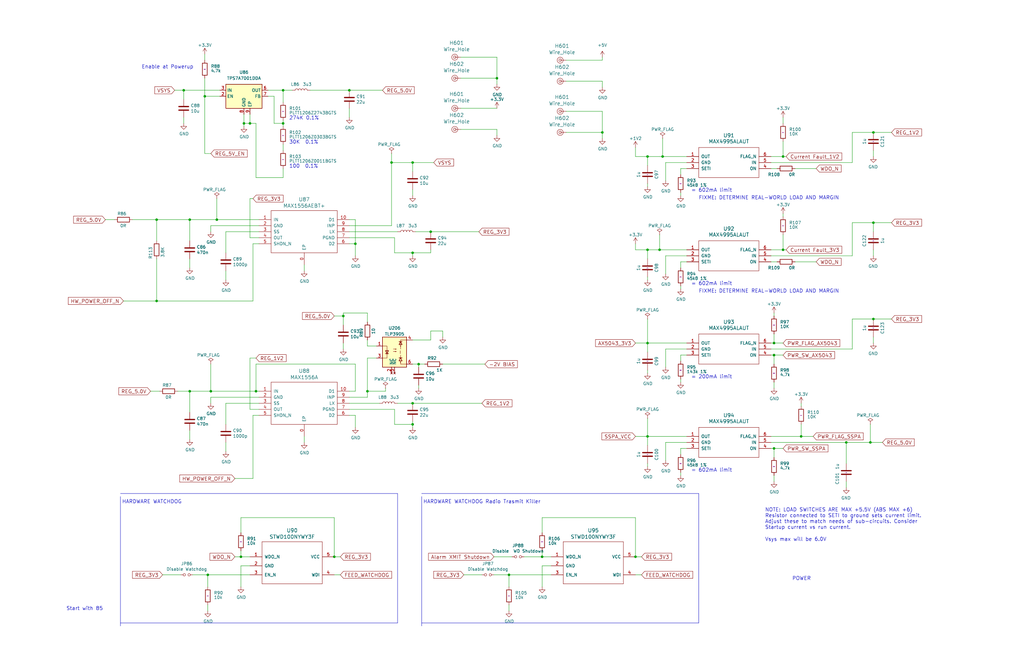
<source format=kicad_sch>
(kicad_sch (version 20230121) (generator eeschema)
  (paper "USLedger")
  (title_block (title "Radiation Tolerant PacSat Communication") (date "2023-06-17") (rev "A") (company "AMSAT-NA") (comment 1 "N5BRG"))
  (junction (at 181.61 97.79))
  (junction (at 228.6 234.95))
  (junction (at 101.6 234.95))
  (junction (at 147.32 38.1))
  (junction (at 140.97 234.95))
  (junction (at 326.39 144.78))
  (junction (at 254 55.88))
  (junction (at 279.4 66.04))
  (junction (at 86.36 40.64))
  (junction (at 173.99 106.68))
  (junction (at 77.47 38.1))
  (junction (at 278.13 105.41))
  (junction (at 66.04 127))
  (junction (at 80.01 165.1))
  (junction (at 267.97 234.95))
  (junction (at 273.05 184.15))
  (junction (at 368.3 134.62))
  (junction (at 88.9 165.1))
  (junction (at 119.38 52.07))
  (junction (at 102.87 52.07))
  (junction (at 119.38 38.1))
  (junction (at 144.78 133.35))
  (junction (at 149.86 102.87))
  (junction (at 330.2 105.41))
  (junction (at 214.63 242.57))
  (junction (at 105.41 52.07))
  (junction (at 154.94 165.1))
  (junction (at 165.1 68.58))
  (junction (at 173.99 179.07))
  (junction (at 337.82 184.15))
  (junction (at 356.87 186.69))
  (junction (at 330.2 66.04))
  (junction (at 87.63 242.57))
  (junction (at 80.01 92.71))
  (junction (at 368.3 55.88))
  (junction (at 107.95 165.1))
  (junction (at 91.44 92.71))
  (junction (at 173.99 170.18))
  (junction (at 173.99 68.58))
  (junction (at 273.05 105.41))
  (junction (at 326.39 149.86))
  (junction (at 209.55 33.02))
  (junction (at 66.04 92.71))
  (junction (at 273.05 66.04))
  (junction (at 367.03 186.69))
  (junction (at 368.3 93.98))
  (junction (at 273.05 144.78))
  (junction (at 326.39 189.23))
  (junction (at 176.53 153.67))
  (wire (pts (xy 287.02 81.28) (xy 287.02 82.55)))
  (wire (pts (xy 273.05 176.53) (xy 273.05 184.15)))
  (wire (pts (xy 147.32 172.72) (xy 166.37 172.72)))
  (wire (pts (xy 220.98 234.95) (xy 228.6 234.95)))
  (wire (pts (xy 194.31 54.61) (xy 209.55 54.61)))
  (wire (pts (xy 330.2 66.04) (xy 331.47 66.04)))
  (wire (pts (xy 273.05 156.21) (xy 273.05 157.48)))
  (wire (pts (xy 181.61 143.51) (xy 181.61 139.7)))
  (polyline (pts (xy 50.8 208.28) (xy 167.64 208.28)))
  (wire (pts (xy 107.95 74.93) (xy 119.38 74.93)))
  (wire (pts (xy 95.25 97.79) (xy 95.25 106.68)))
  (wire (pts (xy 186.69 139.7) (xy 186.69 142.24)))
  (wire (pts (xy 359.41 107.95) (xy 359.41 93.98)))
  (wire (pts (xy 119.38 52.07) (xy 119.38 53.34)))
  (wire (pts (xy 359.41 68.58) (xy 359.41 55.88)))
  (wire (pts (xy 166.37 172.72) (xy 166.37 179.07)))
  (wire (pts (xy 66.04 109.22) (xy 66.04 127)))
  (polyline (pts (xy 167.64 262.89) (xy 50.8 262.89)))
  (wire (pts (xy 176.53 153.67) (xy 179.07 153.67)))
  (wire (pts (xy 105.41 100.33) (xy 109.22 100.33)))
  (wire (pts (xy 359.41 134.62) (xy 359.41 147.32)))
  (wire (pts (xy 273.05 184.15) (xy 289.56 184.15)))
  (wire (pts (xy 330.2 49.53) (xy 330.2 52.07)))
  (wire (pts (xy 368.3 93.98) (xy 375.92 93.98)))
  (wire (pts (xy 176.53 153.67) (xy 176.53 154.94)))
  (wire (pts (xy 95.25 114.3) (xy 95.25 118.11)))
  (polyline (pts (xy 294.64 262.89) (xy 177.8 262.89)))
  (wire (pts (xy 154.94 143.51) (xy 154.94 146.05)))
  (wire (pts (xy 77.47 49.53) (xy 77.47 52.07)))
  (wire (pts (xy 228.6 234.95) (xy 232.41 234.95)))
  (wire (pts (xy 144.78 132.08) (xy 144.78 133.35)))
  (wire (pts (xy 337.82 170.18) (xy 337.82 171.45)))
  (wire (pts (xy 115.57 52.07) (xy 119.38 52.07)))
  (wire (pts (xy 287.02 152.4) (xy 287.02 149.86)))
  (wire (pts (xy 81.28 242.57) (xy 87.63 242.57)))
  (wire (pts (xy 115.57 40.64) (xy 115.57 52.07)))
  (wire (pts (xy 147.32 165.1) (xy 149.86 165.1)))
  (wire (pts (xy 99.06 234.95) (xy 101.6 234.95)))
  (wire (pts (xy 279.4 66.04) (xy 289.56 66.04)))
  (wire (pts (xy 105.41 238.76) (xy 101.6 238.76)))
  (wire (pts (xy 335.28 71.12) (xy 344.17 71.12)))
  (wire (pts (xy 119.38 60.96) (xy 119.38 63.5)))
  (wire (pts (xy 101.6 234.95) (xy 105.41 234.95)))
  (wire (pts (xy 181.61 106.68) (xy 173.99 106.68)))
  (wire (pts (xy 109.22 97.79) (xy 95.25 97.79)))
  (wire (pts (xy 209.55 54.61) (xy 209.55 57.15)))
  (wire (pts (xy 368.3 66.04) (xy 368.3 63.5)))
  (wire (pts (xy 140.97 234.95) (xy 143.51 234.95)))
  (wire (pts (xy 44.45 92.71) (xy 48.26 92.71)))
  (wire (pts (xy 109.22 175.26) (xy 106.68 175.26)))
  (wire (pts (xy 368.3 105.41) (xy 368.3 107.95)))
  (wire (pts (xy 273.05 109.22) (xy 273.05 105.41)))
  (wire (pts (xy 254 46.99) (xy 254 55.88)))
  (wire (pts (xy 86.36 40.64) (xy 92.71 40.64)))
  (wire (pts (xy 356.87 186.69) (xy 367.03 186.69)))
  (wire (pts (xy 325.12 66.04) (xy 330.2 66.04)))
  (wire (pts (xy 337.82 184.15) (xy 342.9 184.15)))
  (wire (pts (xy 287.02 191.77) (xy 287.02 189.23)))
  (wire (pts (xy 326.39 200.66) (xy 326.39 203.2)))
  (wire (pts (xy 106.68 201.93) (xy 106.68 175.26)))
  (wire (pts (xy 105.41 48.26) (xy 105.41 52.07)))
  (wire (pts (xy 173.99 80.01) (xy 173.99 82.55)))
  (wire (pts (xy 267.97 62.23) (xy 267.97 66.04)))
  (wire (pts (xy 181.61 105.41) (xy 181.61 106.68)))
  (wire (pts (xy 113.03 40.64) (xy 115.57 40.64)))
  (wire (pts (xy 368.3 55.88) (xy 375.92 55.88)))
  (wire (pts (xy 119.38 50.8) (xy 119.38 52.07)))
  (wire (pts (xy 102.87 52.07) (xy 102.87 53.34)))
  (wire (pts (xy 176.53 162.56) (xy 176.53 163.83)))
  (wire (pts (xy 182.88 68.58) (xy 173.99 68.58)))
  (wire (pts (xy 326.39 144.78) (xy 325.12 144.78)))
  (wire (pts (xy 273.05 148.59) (xy 273.05 144.78)))
  (wire (pts (xy 107.95 74.93) (xy 107.95 52.07)))
  (wire (pts (xy 278.13 105.41) (xy 289.56 105.41)))
  (wire (pts (xy 109.22 167.64) (xy 88.9 167.64)))
  (wire (pts (xy 273.05 134.62) (xy 273.05 144.78)))
  (wire (pts (xy 77.47 38.1) (xy 92.71 38.1)))
  (wire (pts (xy 149.86 102.87) (xy 149.86 107.95)))
  (wire (pts (xy 208.28 242.57) (xy 214.63 242.57)))
  (wire (pts (xy 144.78 132.08) (xy 154.94 132.08)))
  (wire (pts (xy 287.02 199.39) (xy 287.02 200.66)))
  (wire (pts (xy 186.69 153.67) (xy 204.47 153.67)))
  (wire (pts (xy 273.05 69.85) (xy 273.05 66.04)))
  (wire (pts (xy 77.47 41.91) (xy 77.47 38.1)))
  (wire (pts (xy 326.39 132.08) (xy 326.39 133.35)))
  (wire (pts (xy 101.6 218.44) (xy 140.97 218.44)))
  (wire (pts (xy 368.3 134.62) (xy 375.92 134.62)))
  (polyline (pts (xy 177.8 208.28) (xy 294.64 208.28)))
  (wire (pts (xy 330.2 66.04) (xy 330.2 59.69)))
  (wire (pts (xy 95.25 186.69) (xy 95.25 190.5)))
  (wire (pts (xy 325.12 184.15) (xy 337.82 184.15)))
  (wire (pts (xy 173.99 72.39) (xy 173.99 68.58)))
  (wire (pts (xy 273.05 195.58) (xy 273.05 196.85)))
  (wire (pts (xy 149.86 92.71) (xy 149.86 102.87)))
  (wire (pts (xy 80.01 165.1) (xy 88.9 165.1)))
  (wire (pts (xy 173.99 143.51) (xy 181.61 143.51)))
  (wire (pts (xy 86.36 22.86) (xy 86.36 25.4)))
  (wire (pts (xy 326.39 149.86) (xy 326.39 153.67)))
  (wire (pts (xy 173.99 179.07) (xy 173.99 180.34)))
  (wire (pts (xy 106.68 102.87) (xy 109.22 102.87)))
  (wire (pts (xy 356.87 195.58) (xy 356.87 186.69)))
  (wire (pts (xy 66.04 92.71) (xy 66.04 101.6)))
  (wire (pts (xy 273.05 144.78) (xy 289.56 144.78)))
  (wire (pts (xy 80.01 92.71) (xy 80.01 101.6)))
  (wire (pts (xy 287.02 160.02) (xy 287.02 161.29)))
  (wire (pts (xy 144.78 144.78) (xy 144.78 147.32)))
  (wire (pts (xy 130.81 38.1) (xy 147.32 38.1)))
  (wire (pts (xy 287.02 73.66) (xy 287.02 71.12)))
  (wire (pts (xy 165.1 95.25) (xy 165.1 68.58)))
  (wire (pts (xy 95.25 170.18) (xy 95.25 179.07)))
  (wire (pts (xy 162.56 163.83) (xy 162.56 165.1)))
  (wire (pts (xy 76.2 242.57) (xy 68.58 242.57)))
  (wire (pts (xy 88.9 165.1) (xy 107.95 165.1)))
  (wire (pts (xy 326.39 161.29) (xy 326.39 163.83)))
  (wire (pts (xy 147.32 102.87) (xy 149.86 102.87)))
  (wire (pts (xy 87.63 255.27) (xy 87.63 257.81)))
  (wire (pts (xy 267.97 66.04) (xy 273.05 66.04)))
  (wire (pts (xy 209.55 24.13) (xy 209.55 33.02)))
  (wire (pts (xy 267.97 218.44) (xy 267.97 234.95)))
  (wire (pts (xy 105.41 151.13) (xy 107.95 151.13)))
  (wire (pts (xy 173.99 153.67) (xy 176.53 153.67)))
  (wire (pts (xy 287.02 110.49) (xy 289.56 110.49)))
  (wire (pts (xy 105.41 52.07) (xy 107.95 52.07)))
  (wire (pts (xy 119.38 71.12) (xy 119.38 74.93)))
  (wire (pts (xy 368.3 144.78) (xy 368.3 142.24)))
  (wire (pts (xy 154.94 151.13) (xy 154.94 165.1)))
  (wire (pts (xy 102.87 48.26) (xy 102.87 52.07)))
  (wire (pts (xy 167.64 170.18) (xy 173.99 170.18)))
  (wire (pts (xy 113.03 38.1) (xy 119.38 38.1)))
  (wire (pts (xy 330.2 105.41) (xy 331.47 105.41)))
  (wire (pts (xy 107.95 153.67) (xy 107.95 165.1)))
  (wire (pts (xy 147.32 45.72) (xy 147.32 49.53)))
  (wire (pts (xy 86.36 33.02) (xy 86.36 40.64)))
  (wire (pts (xy 289.56 68.58) (xy 280.67 68.58)))
  (wire (pts (xy 273.05 105.41) (xy 278.13 105.41)))
  (wire (pts (xy 128.27 184.15) (xy 128.27 186.69)))
  (wire (pts (xy 173.99 177.8) (xy 173.99 179.07)))
  (wire (pts (xy 106.68 127) (xy 106.68 102.87)))
  (wire (pts (xy 267.97 184.15) (xy 273.05 184.15)))
  (wire (pts (xy 149.86 175.26) (xy 149.86 180.34)))
  (wire (pts (xy 238.76 55.88) (xy 254 55.88)))
  (wire (pts (xy 228.6 238.76) (xy 228.6 247.65)))
  (wire (pts (xy 80.01 109.22) (xy 80.01 113.03)))
  (wire (pts (xy 74.93 165.1) (xy 80.01 165.1)))
  (wire (pts (xy 287.02 71.12) (xy 289.56 71.12)))
  (wire (pts (xy 175.26 97.79) (xy 181.61 97.79)))
  (wire (pts (xy 209.55 33.02) (xy 209.55 35.56)))
  (wire (pts (xy 359.41 93.98) (xy 368.3 93.98)))
  (wire (pts (xy 154.94 146.05) (xy 158.75 146.05)))
  (wire (pts (xy 88.9 95.25) (xy 88.9 97.79)))
  (wire (pts (xy 254 34.29) (xy 254 36.83)))
  (wire (pts (xy 368.3 93.98) (xy 368.3 97.79)))
  (wire (pts (xy 173.99 106.68) (xy 173.99 107.95)))
  (wire (pts (xy 147.32 97.79) (xy 167.64 97.79)))
  (wire (pts (xy 238.76 25.4) (xy 254 25.4)))
  (wire (pts (xy 287.02 120.65) (xy 287.02 121.92)))
  (wire (pts (xy 273.05 66.04) (xy 279.4 66.04)))
  (wire (pts (xy 228.6 224.79) (xy 228.6 218.44)))
  (wire (pts (xy 367.03 186.69) (xy 372.11 186.69)))
  (wire (pts (xy 254 55.88) (xy 254 58.42)))
  (wire (pts (xy 287.02 189.23) (xy 289.56 189.23)))
  (wire (pts (xy 330.2 105.41) (xy 330.2 99.06)))
  (wire (pts (xy 267.97 234.95) (xy 270.51 234.95)))
  (polyline (pts (xy 50.8 264.16) (xy 50.8 209.55)))
  (wire (pts (xy 359.41 147.32) (xy 325.12 147.32)))
  (wire (pts (xy 87.63 242.57) (xy 87.63 247.65)))
  (wire (pts (xy 105.41 83.82) (xy 106.68 83.82)))
  (wire (pts (xy 273.05 187.96) (xy 273.05 184.15)))
  (wire (pts (xy 109.22 170.18) (xy 95.25 170.18)))
  (wire (pts (xy 166.37 106.68) (xy 173.99 106.68)))
  (wire (pts (xy 214.63 255.27) (xy 214.63 257.81)))
  (wire (pts (xy 80.01 92.71) (xy 91.44 92.71)))
  (wire (pts (xy 86.36 64.77) (xy 86.36 40.64)))
  (wire (pts (xy 140.97 242.57) (xy 143.51 242.57)))
  (wire (pts (xy 326.39 149.86) (xy 330.2 149.86)))
  (wire (pts (xy 325.12 149.86) (xy 326.39 149.86)))
  (wire (pts (xy 194.31 45.72) (xy 209.55 45.72)))
  (wire (pts (xy 238.76 46.99) (xy 254 46.99)))
  (wire (pts (xy 91.44 92.71) (xy 109.22 92.71)))
  (wire (pts (xy 325.12 71.12) (xy 327.66 71.12)))
  (wire (pts (xy 105.41 83.82) (xy 105.41 100.33)))
  (wire (pts (xy 147.32 95.25) (xy 165.1 95.25)))
  (wire (pts (xy 335.28 110.49) (xy 344.17 110.49)))
  (wire (pts (xy 267.97 144.78) (xy 273.05 144.78)))
  (wire (pts (xy 147.32 170.18) (xy 160.02 170.18)))
  (wire (pts (xy 267.97 105.41) (xy 273.05 105.41)))
  (wire (pts (xy 367.03 179.07) (xy 367.03 186.69)))
  (wire (pts (xy 88.9 153.67) (xy 88.9 165.1)))
  (wire (pts (xy 214.63 242.57) (xy 232.41 242.57)))
  (wire (pts (xy 66.04 92.71) (xy 80.01 92.71)))
  (wire (pts (xy 325.12 105.41) (xy 330.2 105.41)))
  (wire (pts (xy 88.9 64.77) (xy 86.36 64.77)))
  (wire (pts (xy 166.37 100.33) (xy 166.37 106.68)))
  (wire (pts (xy 119.38 38.1) (xy 119.38 43.18)))
  (wire (pts (xy 273.05 77.47) (xy 273.05 78.74)))
  (wire (pts (xy 88.9 167.64) (xy 88.9 170.18)))
  (wire (pts (xy 330.2 90.17) (xy 330.2 91.44)))
  (wire (pts (xy 109.22 95.25) (xy 88.9 95.25)))
  (wire (pts (xy 280.67 147.32) (xy 280.67 154.94)))
  (wire (pts (xy 289.56 107.95) (xy 280.67 107.95)))
  (wire (pts (xy 267.97 102.87) (xy 267.97 105.41)))
  (wire (pts (xy 147.32 38.1) (xy 161.29 38.1)))
  (wire (pts (xy 165.1 68.58) (xy 173.99 68.58)))
  (wire (pts (xy 154.94 165.1) (xy 154.94 167.64)))
  (wire (pts (xy 359.41 134.62) (xy 368.3 134.62)))
  (wire (pts (xy 105.41 172.72) (xy 105.41 151.13)))
  (wire (pts (xy 325.12 189.23) (xy 326.39 189.23)))
  (wire (pts (xy 325.12 110.49) (xy 327.66 110.49)))
  (polyline (pts (xy 167.64 208.28) (xy 167.64 262.89)))
  (wire (pts (xy 254 24.13) (xy 254 25.4)))
  (wire (pts (xy 326.39 193.04) (xy 326.39 189.23)))
  (wire (pts (xy 289.56 186.69) (xy 280.67 186.69)))
  (wire (pts (xy 273.05 116.84) (xy 273.05 118.11)))
  (wire (pts (xy 287.02 149.86) (xy 289.56 149.86)))
  (wire (pts (xy 232.41 238.76) (xy 228.6 238.76)))
  (wire (pts (xy 52.07 127) (xy 66.04 127)))
  (wire (pts (xy 101.6 232.41) (xy 101.6 234.95)))
  (wire (pts (xy 326.39 140.97) (xy 326.39 144.78)))
  (wire (pts (xy 87.63 242.57) (xy 105.41 242.57)))
  (wire (pts (xy 194.31 24.13) (xy 209.55 24.13)))
  (wire (pts (xy 147.32 92.71) (xy 149.86 92.71)))
  (wire (pts (xy 109.22 172.72) (xy 105.41 172.72)))
  (polyline (pts (xy 177.8 264.16) (xy 177.8 209.55)))
  (wire (pts (xy 181.61 139.7) (xy 186.69 139.7)))
  (wire (pts (xy 325.12 186.69) (xy 356.87 186.69)))
  (wire (pts (xy 359.41 55.88) (xy 368.3 55.88)))
  (wire (pts (xy 166.37 179.07) (xy 173.99 179.07)))
  (wire (pts (xy 289.56 147.32) (xy 280.67 147.32)))
  (wire (pts (xy 101.6 224.79) (xy 101.6 218.44)))
  (wire (pts (xy 214.63 242.57) (xy 214.63 247.65)))
  (wire (pts (xy 356.87 205.74) (xy 356.87 203.2)))
  (wire (pts (xy 325.12 107.95) (xy 359.41 107.95)))
  (wire (pts (xy 144.78 133.35) (xy 140.97 133.35)))
  (wire (pts (xy 267.97 242.57) (xy 270.51 242.57)))
  (wire (pts (xy 66.04 127) (xy 106.68 127)))
  (wire (pts (xy 173.99 170.18) (xy 203.2 170.18)))
  (wire (pts (xy 147.32 167.64) (xy 154.94 167.64)))
  (wire (pts (xy 102.87 52.07) (xy 105.41 52.07)))
  (wire (pts (xy 330.2 144.78) (xy 326.39 144.78)))
  (wire (pts (xy 287.02 113.03) (xy 287.02 110.49)))
  (wire (pts (xy 154.94 132.08) (xy 154.94 135.89)))
  (wire (pts (xy 326.39 189.23) (xy 330.2 189.23)))
  (wire (pts (xy 337.82 179.07) (xy 337.82 184.15)))
  (wire (pts (xy 80.01 165.1) (xy 80.01 173.99)))
  (wire (pts (xy 165.1 64.77) (xy 165.1 68.58)))
  (wire (pts (xy 147.32 175.26) (xy 149.86 175.26)))
  (wire (pts (xy 228.6 218.44) (xy 267.97 218.44)))
  (wire (pts (xy 119.38 38.1) (xy 123.19 38.1)))
  (wire (pts (xy 149.86 153.67) (xy 107.95 153.67)))
  (wire (pts (xy 128.27 111.76) (xy 128.27 114.3)))
  (wire (pts (xy 278.13 99.06) (xy 278.13 105.41)))
  (wire (pts (xy 144.78 137.16) (xy 144.78 133.35)))
  (wire (pts (xy 280.67 186.69) (xy 280.67 194.31)))
  (wire (pts (xy 280.67 68.58) (xy 280.67 76.2)))
  (wire (pts (xy 228.6 232.41) (xy 228.6 234.95)))
  (wire (pts (xy 55.88 92.71) (xy 66.04 92.71)))
  (wire (pts (xy 158.75 151.13) (xy 154.94 151.13)))
  (wire (pts (xy 149.86 165.1) (xy 149.86 153.67)))
  (wire (pts (xy 91.44 83.82) (xy 91.44 92.71)))
  (wire (pts (xy 101.6 238.76) (xy 101.6 247.65)))
  (wire (pts (xy 279.4 58.42) (xy 279.4 66.04)))
  (wire (pts (xy 325.12 68.58) (xy 359.41 68.58)))
  (wire (pts (xy 147.32 100.33) (xy 166.37 100.33)))
  (wire (pts (xy 77.47 38.1) (xy 73.66 38.1)))
  (wire (pts (xy 63.5 165.1) (xy 67.31 165.1)))
  (wire (pts (xy 194.31 33.02) (xy 209.55 33.02)))
  (wire (pts (xy 107.95 165.1) (xy 109.22 165.1)))
  (wire (pts (xy 208.28 234.95) (xy 215.9 234.95)))
  (wire (pts (xy 181.61 97.79) (xy 201.93 97.79)))
  (polyline (pts (xy 294.64 208.28) (xy 294.64 262.89)))
  (wire (pts (xy 140.97 218.44) (xy 140.97 234.95)))
  (wire (pts (xy 80.01 181.61) (xy 80.01 185.42)))
  (wire (pts (xy 154.94 165.1) (xy 162.56 165.1)))
  (wire (pts (xy 99.06 201.93) (xy 106.68 201.93)))
  (wire (pts (xy 280.67 107.95) (xy 280.67 115.57)))
  (wire (pts (xy 238.76 34.29) (xy 254 34.29)))
  (wire (pts (xy 203.2 242.57) (xy 195.58 242.57)))
  (text "= 200mA limit" (at 291.465 160.02 0) (effects (font (size 1.524 1.524)) (justify left bottom)))
  (text "FIXME: DETERMINE REAL-WORLD LOAD AND MARGIN" (at 294.64 84.455 0) (effects (font (size 1.524 1.524)) (justify left bottom)))
  (text "Start with 85" (at 27.94 257.81 0) (effects (font (size 1.524 1.524)) (justify left bottom)))
  (text "30K  0.1%" (at 121.92 60.96 0) (effects (font (size 1.524 1.524)) (justify left bottom)))
  (text "274K 0.1%" (at 121.92 50.8 0) (effects (font (size 1.524 1.524)) (justify left bottom)))
  (text "NOTE: LOAD SWITCHES ARE MAX +5.5V (ABS MAX +6)\nResistor connected to SETI to ground sets current limit.\nAdjust these to match needs of sub-circuits. Consider\nStartup current vs run current.\n" (at 322.58 223.52 0) (effects (font (size 1.524 1.524)) (justify left bottom)))
  (text "HARDWARE WATCHDOG" (at 51.435 212.725 0) (effects (font (size 1.524 1.524)) (justify left bottom)))
  (text "100  0.1%" (at 121.92 71.12 0) (effects (font (size 1.524 1.524)) (justify left bottom)))
  (text "FIXME: DETERMINE REAL-WORLD LOAD AND MARGIN" (at 294.64 123.825 0) (effects (font (size 1.524 1.524)) (justify left bottom)))
  (text "Vsys max will be 6.0V" (at 322.58 228.6 0) (effects (font (size 1.524 1.524)) (justify left bottom)))
  (text "HARDWARE WATCHDOG Radio Trasmit Killer" (at 178.435 212.725 0) (effects (font (size 1.524 1.524)) (justify left bottom)))
  (text "= 602mA limit" (at 291.465 120.65 0) (effects (font (size 1.524 1.524)) (justify left bottom)))
  (text "Enable at Powerup" (at 59.69 29.21 0) (effects (font (size 1.524 1.524)) (justify left bottom)))
  (text "= 602mA limit" (at 291.465 81.28 0) (effects (font (size 1.524 1.524)) (justify left bottom)))
  (text "POWER" (at 334.01 245.11 0) (effects (font (size 1.524 1.524)) (justify left bottom)))
  (text "= 602mA limit" (at 291.465 199.39 0) (effects (font (size 1.524 1.524)) (justify left bottom)))
  (global_label "HW_POWER_OFF_N" (shape input) (at 99.06 201.93 180) (effects (font (size 1.524 1.524))) (property "Intersheetrefs" "${INTERSHEET_REFS}" (effects hide)))
  (global_label "HW_POWER_OFF_N" (shape input) (at 52.07 127 180) (effects (font (size 1.524 1.524))) (property "Intersheetrefs" "${INTERSHEET_REFS}" (effects hide)))
  (global_label "PWR_FLAG_AX5043" (shape input) (at 330.2 144.78 0) (effects (font (size 1.524 1.524))) (property "Intersheetrefs" "${INTERSHEET_REFS}" (effects hide)))
  (global_label "-2V BIAS" (shape input) (at 204.47 153.67 0) (effects (font (size 1.524 1.524))) (property "Intersheetrefs" "${INTERSHEET_REFS}" (effects hide)))
  (global_label "VSYS" (shape input) (at 182.88 68.58 0) (effects (font (size 1.524 1.524))) (property "Intersheetrefs" "${INTERSHEET_REFS}" (effects hide)))
  (global_label "WDO_N" (shape input) (at 344.17 110.49 0) (effects (font (size 1.524 1.524))) (property "Intersheetrefs" "${INTERSHEET_REFS}" (effects hide)))
  (global_label "REG_5.0V" (shape input) (at 63.5 165.1 180) (effects (font (size 1.524 1.524))) (property "Intersheetrefs" "${INTERSHEET_REFS}" (effects hide)))
  (global_label "WDO_N" (shape input) (at 99.06 234.95 180) (effects (font (size 1.524 1.524))) (property "Intersheetrefs" "${INTERSHEET_REFS}" (effects hide)))
  (global_label "REG_3V3" (shape input) (at 270.51 234.95 0) (effects (font (size 1.524 1.524))) (property "Intersheetrefs" "${INTERSHEET_REFS}" (effects hide)))
  (global_label "REG_3V3" (shape input) (at 68.58 242.57 180) (effects (font (size 1.524 1.524))) (property "Intersheetrefs" "${INTERSHEET_REFS}" (effects hide)))
  (global_label "PWR_SW_SSPA" (shape input) (at 330.2 189.23 0) (effects (font (size 1.524 1.524))) (property "Intersheetrefs" "${INTERSHEET_REFS}" (effects hide)))
  (global_label "REG_1V2" (shape input) (at 107.95 151.13 0) (effects (font (size 1.524 1.524))) (property "Intersheetrefs" "${INTERSHEET_REFS}" (effects hide)))
  (global_label "REG_3V3" (shape input) (at 201.93 97.79 0) (effects (font (size 1.524 1.524))) (property "Intersheetrefs" "${INTERSHEET_REFS}" (effects hide)))
  (global_label "WDO_N" (shape input) (at 344.17 71.12 0) (effects (font (size 1.524 1.524))) (property "Intersheetrefs" "${INTERSHEET_REFS}" (effects hide)))
  (global_label "REG_1V2" (shape input) (at 203.2 170.18 0) (effects (font (size 1.524 1.524))) (property "Intersheetrefs" "${INTERSHEET_REFS}" (effects hide)))
  (global_label "Current Fault_1V2" (shape input) (at 331.47 66.04 0) (effects (font (size 1.524 1.524))) (property "Intersheetrefs" "${INTERSHEET_REFS}" (effects hide)))
  (global_label "SSPA_VCC" (shape input) (at 267.97 184.15 180) (effects (font (size 1.524 1.524))) (property "Intersheetrefs" "${INTERSHEET_REFS}" (effects hide)))
  (global_label "FEED_WATCHDOG" (shape input) (at 270.51 242.57 0) (effects (font (size 1.524 1.524))) (property "Intersheetrefs" "${INTERSHEET_REFS}" (effects hide)))
  (global_label "REG_3V3" (shape input) (at 143.51 234.95 0) (effects (font (size 1.524 1.524))) (property "Intersheetrefs" "${INTERSHEET_REFS}" (effects hide)))
  (global_label "PWR_FLAG_SSPA" (shape input) (at 342.9 184.15 0) (effects (font (size 1.524 1.524))) (property "Intersheetrefs" "${INTERSHEET_REFS}" (effects hide)))
  (global_label "AX5043_3V3" (shape input) (at 267.97 144.78 180) (effects (font (size 1.524 1.524))) (property "Intersheetrefs" "${INTERSHEET_REFS}" (effects hide)))
  (global_label "REG_5V_EN" (shape input) (at 88.9 64.77 0) (effects (font (size 1.524 1.524))) (property "Intersheetrefs" "${INTERSHEET_REFS}" (effects hide)))
  (global_label "REG_3V3" (shape input) (at 106.68 83.82 0) (effects (font (size 1.524 1.524))) (property "Intersheetrefs" "${INTERSHEET_REFS}" (effects hide)))
  (global_label "VSYS" (shape input) (at 73.66 38.1 180) (effects (font (size 1.524 1.524))) (property "Intersheetrefs" "${INTERSHEET_REFS}" (effects hide)))
  (global_label "Current Fault_3V3" (shape input) (at 331.47 105.41 0) (effects (font (size 1.524 1.524))) (property "Intersheetrefs" "${INTERSHEET_REFS}" (effects hide)))
  (global_label "REG_1V2" (shape input) (at 375.92 55.88 0) (effects (font (size 1.524 1.524))) (property "Intersheetrefs" "${INTERSHEET_REFS}" (effects hide)))
  (global_label "PWR_SW_AX5043" (shape input) (at 330.2 149.86 0) (effects (font (size 1.524 1.524))) (property "Intersheetrefs" "${INTERSHEET_REFS}" (effects hide)))
  (global_label "REG_3V3" (shape input) (at 375.92 134.62 0) (effects (font (size 1.524 1.524))) (property "Intersheetrefs" "${INTERSHEET_REFS}" (effects hide)))
  (global_label "REG_3V3" (shape input) (at 195.58 242.57 180) (effects (font (size 1.524 1.524))) (property "Intersheetrefs" "${INTERSHEET_REFS}" (effects hide)))
  (global_label "FEED_WATCHDOG" (shape input) (at 143.51 242.57 0) (effects (font (size 1.524 1.524))) (property "Intersheetrefs" "${INTERSHEET_REFS}" (effects hide)))
  (global_label "REG_5.0V" (shape input) (at 140.97 133.35 180) (effects (font (size 1.524 1.524))) (property "Intersheetrefs" "${INTERSHEET_REFS}" (effects hide)))
  (global_label "REG_3V3" (shape input) (at 375.92 93.98 0) (effects (font (size 1.524 1.524))) (property "Intersheetrefs" "${INTERSHEET_REFS}" (effects hide)))
  (global_label "REG_5.0V" (shape input) (at 44.45 92.71 180) (effects (font (size 1.524 1.524))) (property "Intersheetrefs" "${INTERSHEET_REFS}" (effects hide)))
  (global_label "Alarm XMIT Shutdown" (shape input) (at 208.28 234.95 180) (effects (font (size 1.524 1.524))) (property "Intersheetrefs" "${INTERSHEET_REFS}" (effects hide)))
  (global_label "REG_5.0V" (shape input) (at 372.11 186.69 0) (effects (font (size 1.524 1.524))) (property "Intersheetrefs" "${INTERSHEET_REFS}" (effects hide)))
  (global_label "REG_5.0V" (shape input) (at 161.29 38.1 0) (effects (font (size 1.524 1.524))) (property "Intersheetrefs" "${INTERSHEET_REFS}" (effects hide)))
  (symbol (lib_id "Device:L") (at 171.45 97.79 90) (unit 1)
    (property "Reference" "L87" (at 168.91 95.25 90))
    (property "Value" "3u3" (at 173.99 95.25 90))
    (property "Footprint" "Inductor_SMD:L_1210_3225Metric_Pad1.42x2.65mm_HandSolder" (effects hide))
  )
  (symbol (lib_id "Device:C") (at 181.61 101.6 0) (unit 1)
    (property "Reference" "C94" (at 184.531 100.4316 0) (effects (justify left)))
    (property "Value" "22u" (at 184.531 102.743 0) (effects (justify left)))
    (property "Footprint" "Capacitor_SMD:C_2220_5650Metric_Pad1.97x5.40mm_HandSolder" (effects hide))
  )
  (symbol (lib_id "Device:C") (at 80.01 105.41 0) (unit 1)
    (property "Reference" "C86" (at 82.931 104.2416 0) (effects (justify left)))
    (property "Value" "470n" (at 82.931 106.553 0) (effects (justify left)))
    (property "Footprint" "Capacitor_SMD:C_0603_1608Metric_Pad1.08x0.95mm_HandSolder" (effects hide))
  )
  (symbol (lib_id "power:GND") (at 80.01 113.03 0) (unit 1)
    (property "Reference" "#PWR088" (effects hide))
    (property "Value" "GND" (at 80.137 117.4242 0))
  )
  (symbol (lib_id "Device:C") (at 173.99 76.2 0) (unit 1)
    (property "Reference" "C92" (at 176.911 75.0316 0) (effects (justify left)))
    (property "Value" "10u" (at 176.911 77.343 0) (effects (justify left)))
    (property "Footprint" "Capacitor_SMD:C_0603_1608Metric_Pad1.08x0.95mm_HandSolder" (effects hide))
  )
  (symbol (lib_id "power:GND") (at 173.99 82.55 0) (unit 1)
    (property "Reference" "#PWR0111" (effects hide))
    (property "Value" "GND" (at 174.117 86.9442 0))
  )
  (symbol (lib_id "power:GND") (at 173.99 107.95 0) (unit 1)
    (property "Reference" "#PWR0115" (effects hide))
    (property "Value" "GND" (at 174.117 112.3442 0))
  )
  (symbol (lib_id "power:GND") (at 280.67 154.94 0) (unit 1)
    (property "Reference" "#PWR0135" (effects hide))
    (property "Value" "GND" (at 280.797 159.3342 0))
  )
  (symbol (lib_id "Device:C") (at 368.3 138.43 0) (mirror y) (unit 1)
    (property "Reference" "C123" (at 372.11 138.43 90))
    (property "Value" "1u" (at 364.49 138.43 90))
    (property "Footprint" "Capacitor_SMD:C_0805_2012Metric_Pad1.18x1.45mm_HandSolder" (effects hide))
    (property "Datasheet" "~" (at 368.3 138.43 0))
  )
  (symbol (lib_id "power:GND") (at 368.3 144.78 0) (mirror y) (unit 1)
    (property "Reference" "#PWR0190" (effects hide))
    (property "Value" "GND" (at 368.173 149.1742 0))
  )
  (symbol (lib_id "power:GND") (at 356.87 205.74 0) (mirror y) (unit 1)
    (property "Reference" "#PWR0187" (effects hide))
    (property "Value" "GND" (at 356.743 210.1342 0))
  )
  (symbol (lib_id "Device:C") (at 356.87 199.39 0) (mirror y) (unit 1)
    (property "Reference" "C101" (at 353.06 201.93 90))
    (property "Value" "1u" (at 353.06 196.85 90))
    (property "Footprint" "Capacitor_SMD:C_0805_2012Metric_Pad1.18x1.45mm_HandSolder" (effects hide))
    (property "Datasheet" "~" (at 356.87 199.39 0))
  )
  (symbol (lib_id "PACSAT_ICs:MAX1556A") (at 128.27 97.79 0) (unit 1)
    (property "Reference" "U87" (at 128.27 84.1502 0) (effects (font (size 1.524 1.524))))
    (property "Value" "MAX1556AEBT+" (at 128.27 86.8426 0) (effects (font (size 1.524 1.524))))
    (property "Footprint" "PacSatDev_maxim:TDFN_T1033_1" (effects hide))
  )
  (symbol (lib_id "Device:R") (at 52.07 92.71 90) (unit 1)
    (property "Reference" "R86" (at 53.34 90.17 90) (effects (justify left)))
    (property "Value" "0R" (at 53.34 95.25 90) (effects (justify left)))
    (property "Footprint" "Resistor_SMD:R_0603_1608Metric_Pad0.98x0.95mm_HandSolder" (effects hide))
  )
  (symbol (lib_id "Device:C") (at 95.25 110.49 0) (unit 1)
    (property "Reference" "C89" (at 98.171 109.3216 0) (effects (justify left)))
    (property "Value" "1000p" (at 98.171 111.633 0) (effects (justify left)))
    (property "Footprint" "Capacitor_SMD:C_0603_1608Metric_Pad1.08x0.95mm_HandSolder" (effects hide))
  )
  (symbol (lib_id "power:GND") (at 95.25 118.11 0) (unit 1)
    (property "Reference" "#PWR098" (effects hide))
    (property "Value" "GND" (at 95.377 122.5042 0))
  )
  (symbol (lib_id "power:GND") (at 88.9 97.79 0) (unit 1)
    (property "Reference" "#PWR096" (effects hide))
    (property "Value" "GND" (at 89.027 102.1842 0))
  )
  (symbol (lib_id "power:GND") (at 128.27 114.3 0) (unit 1)
    (property "Reference" "#PWR0108" (effects hide))
    (property "Value" "GND" (at 128.397 118.6942 0))
  )
  (symbol (lib_id "power:GND") (at 149.86 107.95 0) (unit 1)
    (property "Reference" "#PWR0113" (effects hide))
    (property "Value" "GND" (at 149.987 112.3442 0))
  )
  (symbol (lib_id "Device:L") (at 163.83 170.18 90) (unit 1)
    (property "Reference" "L88" (at 161.29 167.64 90))
    (property "Value" "3u3" (at 166.37 167.64 90))
    (property "Footprint" "Inductor_SMD:L_1210_3225Metric_Pad1.42x2.65mm_HandSolder" (effects hide))
  )
  (symbol (lib_id "Device:C") (at 173.99 173.99 0) (unit 1)
    (property "Reference" "C95" (at 176.911 172.8216 0) (effects (justify left)))
    (property "Value" "22u" (at 176.911 175.133 0) (effects (justify left)))
    (property "Footprint" "Capacitor_SMD:C_2220_5650Metric_Pad1.97x5.40mm_HandSolder" (effects hide))
  )
  (symbol (lib_id "Device:C") (at 80.01 177.8 0) (unit 1)
    (property "Reference" "C87" (at 82.931 176.6316 0) (effects (justify left)))
    (property "Value" "470n" (at 82.931 178.943 0) (effects (justify left)))
    (property "Footprint" "Capacitor_SMD:C_0603_1608Metric_Pad1.08x0.95mm_HandSolder" (effects hide))
  )
  (symbol (lib_id "power:GND") (at 80.01 185.42 0) (unit 1)
    (property "Reference" "#PWR092" (effects hide))
    (property "Value" "GND" (at 80.137 189.8142 0))
  )
  (symbol (lib_id "Device:C") (at 144.78 140.97 0) (unit 1)
    (property "Reference" "C93" (at 147.701 139.8016 0) (effects (justify left)))
    (property "Value" "10u" (at 147.701 142.113 0) (effects (justify left)))
    (property "Footprint" "Capacitor_SMD:C_2220_5650Metric_Pad1.97x5.40mm_HandSolder" (effects hide))
  )
  (symbol (lib_id "power:GND") (at 144.78 147.32 0) (unit 1)
    (property "Reference" "#PWR0112" (effects hide))
    (property "Value" "GND" (at 144.907 151.7142 0))
  )
  (symbol (lib_id "power:GND") (at 173.99 180.34 0) (unit 1)
    (property "Reference" "#PWR0116" (effects hide))
    (property "Value" "GND" (at 174.117 184.7342 0))
  )
  (symbol (lib_id "PACSAT_ICs:MAX1556A") (at 128.27 170.18 0) (unit 1)
    (property "Reference" "U88" (at 128.27 156.5402 0) (effects (font (size 1.524 1.524))))
    (property "Value" "MAX1556A" (at 128.27 159.2326 0) (effects (font (size 1.524 1.524))))
    (property "Footprint" "PacSatDev_maxim:TDFN_T1033_1" (effects hide))
  )
  (symbol (lib_id "Device:R") (at 71.12 165.1 90) (unit 1)
    (property "Reference" "R87" (at 72.39 162.56 90) (effects (justify left)))
    (property "Value" "0R" (at 72.39 167.64 90) (effects (justify left)))
    (property "Footprint" "Resistor_SMD:R_0603_1608Metric_Pad0.98x0.95mm_HandSolder" (effects hide))
  )
  (symbol (lib_id "Device:C") (at 95.25 182.88 0) (unit 1)
    (property "Reference" "C90" (at 98.171 181.7116 0) (effects (justify left)))
    (property "Value" "1000p" (at 98.171 184.023 0) (effects (justify left)))
    (property "Footprint" "Capacitor_SMD:C_0603_1608Metric_Pad1.08x0.95mm_HandSolder" (effects hide))
  )
  (symbol (lib_id "power:GND") (at 95.25 190.5 0) (unit 1)
    (property "Reference" "#PWR099" (effects hide))
    (property "Value" "GND" (at 95.377 194.8942 0))
  )
  (symbol (lib_id "power:GND") (at 88.9 170.18 0) (unit 1)
    (property "Reference" "#PWR097" (effects hide))
    (property "Value" "GND" (at 89.027 174.5742 0))
  )
  (symbol (lib_id "power:GND") (at 128.27 186.69 0) (unit 1)
    (property "Reference" "#PWR0109" (effects hide))
    (property "Value" "GND" (at 128.397 191.0842 0))
  )
  (symbol (lib_id "power:GND") (at 149.86 180.34 0) (unit 1)
    (property "Reference" "#PWR0114" (effects hide))
    (property "Value" "GND" (at 149.987 184.7342 0))
  )
  (symbol (lib_id "Device:R") (at 287.02 156.21 0) (unit 1)
    (property "Reference" "R95" (at 289.56 154.94 0) (effects (justify left)))
    (property "Value" "143k 1%" (at 289.56 156.845 0) (effects (justify left)))
    (property "Footprint" "Resistor_SMD:R_0603_1608Metric_Pad0.98x0.95mm_HandSolder" (effects hide))
    (property "Datasheet" "~" (at 287.02 156.21 0))
  )
  (symbol (lib_id "power:GND") (at 287.02 161.29 0) (unit 1)
    (property "Reference" "#PWR0139" (effects hide))
    (property "Value" "GND" (at 287.147 165.6842 0))
  )
  (symbol (lib_id "power:GND") (at 280.67 194.31 0) (unit 1)
    (property "Reference" "#PWR0136" (effects hide))
    (property "Value" "GND" (at 280.797 198.7042 0))
  )
  (symbol (lib_id "Device:R") (at 287.02 195.58 0) (unit 1)
    (property "Reference" "R96" (at 289.56 194.31 0) (effects (justify left)))
    (property "Value" "45k8 1%" (at 289.56 196.215 0) (effects (justify left)))
    (property "Footprint" "Resistor_SMD:R_0603_1608Metric_Pad0.98x0.95mm_HandSolder" (effects hide))
    (property "Datasheet" "~" (at 287.02 195.58 0))
  )
  (symbol (lib_id "power:GND") (at 287.02 200.66 0) (unit 1)
    (property "Reference" "#PWR0162" (effects hide))
    (property "Value" "GND" (at 287.147 205.0542 0))
  )
  (symbol (lib_id "Device:C") (at 273.05 152.4 0) (mirror y) (unit 1)
    (property "Reference" "C99" (at 276.86 152.4 90))
    (property "Value" "1u" (at 269.24 152.4 90))
    (property "Footprint" "Capacitor_SMD:C_0805_2012Metric_Pad1.18x1.45mm_HandSolder" (effects hide))
    (property "Datasheet" "~" (at 273.05 152.4 0))
  )
  (symbol (lib_id "power:GND") (at 273.05 157.48 0) (unit 1)
    (property "Reference" "#PWR0131" (effects hide))
    (property "Value" "GND" (at 273.177 161.8742 0))
  )
  (symbol (lib_id "Device:C") (at 273.05 191.77 0) (mirror y) (unit 1)
    (property "Reference" "C100" (at 276.86 191.77 90))
    (property "Value" "1u" (at 269.24 191.77 90))
    (property "Footprint" "Capacitor_SMD:C_0805_2012Metric_Pad1.18x1.45mm_HandSolder" (effects hide))
    (property "Datasheet" "~" (at 273.05 191.77 0))
  )
  (symbol (lib_id "power:GND") (at 273.05 196.85 0) (unit 1)
    (property "Reference" "#PWR0132" (effects hide))
    (property "Value" "GND" (at 273.177 201.2442 0))
  )
  (symbol (lib_id "power:GND") (at 280.67 115.57 0) (unit 1)
    (property "Reference" "#PWR0134" (effects hide))
    (property "Value" "GND" (at 280.797 119.9642 0))
  )
  (symbol (lib_id "Device:C") (at 368.3 101.6 0) (mirror x) (unit 1)
    (property "Reference" "C122" (at 364.49 101.6 90))
    (property "Value" "1u" (at 372.11 101.6 90))
    (property "Footprint" "Capacitor_SMD:C_0805_2012Metric_Pad1.18x1.45mm_HandSolder" (effects hide))
    (property "Datasheet" "~" (at 368.3 101.6 0))
  )
  (symbol (lib_id "power:GND") (at 368.3 107.95 0) (mirror y) (unit 1)
    (property "Reference" "#PWR0189" (effects hide))
    (property "Value" "GND" (at 368.173 112.3442 0))
  )
  (symbol (lib_id "Device:C") (at 273.05 113.03 0) (mirror y) (unit 1)
    (property "Reference" "C98" (at 276.86 113.03 90))
    (property "Value" "1u" (at 269.24 113.03 90))
    (property "Footprint" "Capacitor_SMD:C_0805_2012Metric_Pad1.18x1.45mm_HandSolder" (effects hide))
    (property "Datasheet" "~" (at 273.05 113.03 0))
  )
  (symbol (lib_id "power:GND") (at 273.05 118.11 0) (unit 1)
    (property "Reference" "#PWR0130" (effects hide))
    (property "Value" "GND" (at 273.177 122.5042 0))
  )
  (symbol (lib_id "Device:R") (at 287.02 116.84 0) (unit 1)
    (property "Reference" "R94" (at 289.56 115.57 0) (effects (justify left)))
    (property "Value" "45k8 1%" (at 289.56 117.475 0) (effects (justify left)))
    (property "Footprint" "Resistor_SMD:R_0603_1608Metric_Pad0.98x0.95mm_HandSolder" (effects hide))
    (property "Datasheet" "~" (at 287.02 116.84 0))
  )
  (symbol (lib_id "power:GND") (at 287.02 121.92 0) (unit 1)
    (property "Reference" "#PWR0138" (effects hide))
    (property "Value" "GND" (at 287.147 126.3142 0))
  )
  (symbol (lib_id "power:GND") (at 280.67 76.2 0) (unit 1)
    (property "Reference" "#PWR0133" (effects hide))
    (property "Value" "GND" (at 280.797 80.5942 0))
  )
  (symbol (lib_id "Device:C") (at 368.3 59.69 0) (mirror y) (unit 1)
    (property "Reference" "C121" (at 372.11 59.69 90))
    (property "Value" "1u" (at 364.49 59.69 90))
    (property "Footprint" "Capacitor_SMD:C_0805_2012Metric_Pad1.18x1.45mm_HandSolder" (effects hide))
    (property "Datasheet" "~" (at 368.3 59.69 0))
  )
  (symbol (lib_id "power:GND") (at 368.3 66.04 0) (mirror y) (unit 1)
    (property "Reference" "#PWR0188" (effects hide))
    (property "Value" "GND" (at 368.173 70.4342 0))
  )
  (symbol (lib_id "Device:C") (at 273.05 73.66 0) (mirror y) (unit 1)
    (property "Reference" "C97" (at 276.86 73.66 90))
    (property "Value" "1u" (at 269.24 73.66 90))
    (property "Footprint" "Capacitor_SMD:C_0805_2012Metric_Pad1.18x1.45mm_HandSolder" (effects hide))
    (property "Datasheet" "~" (at 273.05 73.66 0))
  )
  (symbol (lib_id "power:GND") (at 273.05 78.74 0) (unit 1)
    (property "Reference" "#PWR0129" (effects hide))
    (property "Value" "GND" (at 273.177 83.1342 0))
  )
  (symbol (lib_id "Device:R") (at 287.02 77.47 0) (unit 1)
    (property "Reference" "R93" (at 289.56 76.2 0) (effects (justify left)))
    (property "Value" "45k8 1%" (at 289.56 78.105 0) (effects (justify left)))
    (property "Footprint" "Resistor_SMD:R_0603_1608Metric_Pad0.98x0.95mm_HandSolder" (effects hide))
    (property "Datasheet" "~" (at 287.02 77.47 0))
  )
  (symbol (lib_id "power:GND") (at 287.02 82.55 0) (unit 1)
    (property "Reference" "#PWR0137" (effects hide))
    (property "Value" "GND" (at 287.147 86.9442 0))
  )
  (symbol (lib_id "PACSAT_ICs:STWD100NYWY3F") (at 123.19 238.76 0) (unit 1)
    (property "Reference" "U90" (at 123.19 223.8502 0) (effects (font (size 1.524 1.524))))
    (property "Value" "STWD100NYWY3F" (at 123.19 226.5426 0) (effects (font (size 1.524 1.524))))
    (property "Footprint" "Package_TO_SOT_SMD:SOT-353_SC-70-5" (effects hide))
  )
  (symbol (lib_id "power:GND") (at 101.6 247.65 0) (unit 1)
    (property "Reference" "#PWR0119" (effects hide))
    (property "Value" "GND" (at 101.727 252.0442 0))
  )
  (symbol (lib_id "Device:R") (at 101.6 228.6 0) (unit 1)
    (property "Reference" "R91" (at 104.14 227.33 0) (effects (justify left)))
    (property "Value" "10k" (at 104.14 229.235 0) (effects (justify left)))
    (property "Footprint" "Resistor_SMD:R_0603_1608Metric_Pad0.98x0.95mm_HandSolder" (effects hide))
    (property "Datasheet" "~" (at 101.6 228.6 0))
  )
  (symbol (lib_id "Device:R") (at 87.63 251.46 0) (unit 1)
    (property "Reference" "R90" (at 90.17 250.19 0) (effects (justify left)))
    (property "Value" "10k" (at 90.17 252.095 0) (effects (justify left)))
    (property "Footprint" "Resistor_SMD:R_0603_1608Metric_Pad0.98x0.95mm_HandSolder" (effects hide))
    (property "Datasheet" "~" (at 87.63 251.46 0))
  )
  (symbol (lib_id "power:GND") (at 87.63 257.81 0) (unit 1)
    (property "Reference" "#PWR0117" (effects hide))
    (property "Value" "GND" (at 87.757 262.2042 0))
  )
  (symbol (lib_id "PACSAT_DEV_misc:Jumper_NO_Small") (at 78.74 242.57 0) (unit 1)
    (property "Reference" "JP86" (at 78.74 237.871 0))
    (property "Value" "Disable Watchdog" (at 78.74 240.1824 0))
    (property "Footprint" "Jumper:SolderJumper-2_P1.3mm_Open_RoundedPad1.0x1.5mm" (effects hide))
  )
  (symbol (lib_id "Device:R") (at 331.47 71.12 90) (unit 1)
    (property "Reference" "R108" (at 328.93 73.66 90) (effects (justify left)))
    (property "Value" "0R" (at 335.28 73.66 90) (effects (justify left)))
    (property "Footprint" "Resistor_SMD:R_0603_1608Metric_Pad0.98x0.95mm_HandSolder" (effects hide))
  )
  (symbol (lib_id "Device:R") (at 331.47 110.49 90) (unit 1)
    (property "Reference" "R109" (at 328.93 113.03 90) (effects (justify left)))
    (property "Value" "0R" (at 335.28 113.03 90) (effects (justify left)))
    (property "Footprint" "Resistor_SMD:R_0603_1608Metric_Pad0.98x0.95mm_HandSolder" (effects hide))
  )
  (symbol (lib_id "Device:R") (at 326.39 157.48 0) (unit 1)
    (property "Reference" "R98" (at 328.93 156.21 0) (effects (justify left)))
    (property "Value" "4.7k" (at 328.93 158.115 0) (effects (justify left)))
    (property "Footprint" "Resistor_SMD:R_0603_1608Metric_Pad0.98x0.95mm_HandSolder" (effects hide))
    (property "Datasheet" "~" (at 326.39 157.48 0))
  )
  (symbol (lib_id "power:GND") (at 326.39 163.83 0) (unit 1)
    (property "Reference" "#PWR0164" (effects hide))
    (property "Value" "GND" (at 326.517 168.2242 0))
  )
  (symbol (lib_id "Device:R") (at 326.39 196.85 0) (unit 1)
    (property "Reference" "R99" (at 328.93 195.58 0) (effects (justify left)))
    (property "Value" "4.7k" (at 328.93 197.485 0) (effects (justify left)))
    (property "Footprint" "Resistor_SMD:R_0603_1608Metric_Pad0.98x0.95mm_HandSolder" (effects hide))
    (property "Datasheet" "~" (at 326.39 196.85 0))
  )
  (symbol (lib_id "power:GND") (at 326.39 203.2 0) (unit 1)
    (property "Reference" "#PWR0165" (effects hide))
    (property "Value" "GND" (at 326.517 207.5942 0))
  )
  (symbol (lib_id "PACSAT_DEV_misc:Jumper_NO_Small") (at 205.74 242.57 0) (unit 1)
    (property "Reference" "JP87" (at 205.74 237.871 0))
    (property "Value" "Disable Watchdog" (at 205.74 240.1824 0))
    (property "Footprint" "Jumper:SolderJumper-2_P1.3mm_Open_RoundedPad1.0x1.5mm" (effects hide))
  )
  (symbol (lib_id "power:+3.3V") (at 209.55 45.72 0) (unit 1)
    (property "Reference" "#PWR0120" (effects hide))
    (property "Value" "+3.3V" (at 209.55 41.91 0))
  )
  (symbol (lib_id "power:+3.3V") (at 86.36 22.86 0) (unit 1)
    (property "Reference" "#PWR043" (effects hide))
    (property "Value" "+3.3V" (at 86.36 19.05 0))
  )
  (symbol (lib_id "power:GND") (at 102.87 53.34 0) (unit 1)
    (property "Reference" "#PWR0100" (effects hide))
    (property "Value" "GND" (at 102.997 57.7342 0))
  )
  (symbol (lib_id "Device:L") (at 127 38.1 90) (unit 1)
    (property "Reference" "L86" (at 124.46 35.56 90))
    (property "Value" "3u3" (at 129.54 35.56 90))
    (property "Footprint" "Inductor_SMD:L_1210_3225Metric_Pad1.42x2.65mm_HandSolder" (effects hide))
  )
  (symbol (lib_id "power:GND") (at 209.55 35.56 0) (unit 1)
    (property "Reference" "#PWR0625" (effects hide))
    (property "Value" "GND" (at 209.677 39.9542 0))
    (instances (project "PacSat+dev+revC_230909" (path "" (reference "#PWR0625") (unit 1)) (path "" (reference "#PWR0103") (unit 1)) (path "" (reference "#PWR0625") (unit 1)) (path "" (reference "#PWR0103") (unit 1))))
  )
  (symbol (lib_id "Device:R") (at 66.04 105.41 180) (unit 1)
    (property "Reference" "R113" (at 63.5 104.14 90) (effects (justify left)))
    (property "Value" "3.8K" (at 68.58 104.14 90) (effects (justify left)))
    (property "Footprint" "Resistor_SMD:R_0603_1608Metric_Pad0.98x0.95mm_HandSolder" (effects hide))
  )
  (symbol (lib_id "PACSAT_DEV_misc:CUBESAT_MOUNT_HOLE_1") (at 191.77 33.02 0) (unit 1)
    (property "Reference" "H602" (at 192.5574 27.0002 0) (effects (font (size 1.524 1.524))))
    (property "Value" "Wire_Hole" (at 192.5574 29.6926 0) (effects (font (size 1.524 1.524))))
    (property "Footprint" "PacSatDev_misc:Wire_Hole" (effects hide))
    (instances (project "PacSat+dev+revC_230909" (path "" (reference "H602") (unit 1)) (path "" (reference "H11") (unit 1)) (path "" (reference "H3") (unit 1)) (path "" (reference "H11") (unit 1))))
  )
  (symbol (lib_id "PACSAT_DEV_misc:CUBESAT_MOUNT_HOLE_1") (at 236.22 25.4 0) (unit 1)
    (property "Reference" "H601" (at 237.0074 19.3802 0) (effects (font (size 1.524 1.524))))
    (property "Value" "Wire_Hole" (at 237.0074 22.0726 0) (effects (font (size 1.524 1.524))))
    (property "Footprint" "PacSatDev_misc:Wire_Hole" (effects hide))
    (instances (project "PacSat+dev+revC_230909" (path "" (reference "H601") (unit 1)) (path "" (reference "H14") (unit 1)) (path "" (reference "H2") (unit 1)) (path "" (reference "H14") (unit 1))))
  )
  (symbol (lib_id "Device:C") (at 176.53 158.75 0) (unit 1)
    (property "Reference" "C96" (at 179.451 157.5816 0) (effects (justify left)))
    (property "Value" "10u" (at 179.451 159.893 0) (effects (justify left)))
    (property "Footprint" "Capacitor_SMD:C_0603_1608Metric_Pad1.08x0.95mm_HandSolder" (effects hide))
  )
  (symbol (lib_id "PACSAT_ICs:STWD100NYWY3F") (at 250.19 238.76 0) (unit 1)
    (property "Reference" "U95" (at 250.19 223.8502 0) (effects (font (size 1.524 1.524))))
    (property "Value" "STWD100NYWY3F" (at 250.19 226.5426 0) (effects (font (size 1.524 1.524))))
    (property "Footprint" "Package_TO_SOT_SMD:SOT-353_SC-70-5" (effects hide))
  )
  (symbol (lib_id "power:GND") (at 254 36.83 0) (unit 1)
    (property "Reference" "#PWR0625" (effects hide))
    (property "Value" "GND" (at 254.127 41.2242 0))
    (instances (project "PacSat+dev+revC_230909" (path "" (reference "#PWR0625") (unit 1)) (path "" (reference "#PWR0105") (unit 1)) (path "" (reference "#PWR0625") (unit 1)) (path "" (reference "#PWR0105") (unit 1))))
  )
  (symbol (lib_id "power:+3.3V") (at 267.97 102.87 0) (unit 1)
    (property "Reference" "#PWR0128" (effects hide))
    (property "Value" "+3.3V" (at 267.97 99.06 0))
  )
  (symbol (lib_id "power:PWR_FLAG") (at 279.4 58.42 0) (unit 1)
    (property "Reference" "#FLG0602" (effects hide))
    (property "Value" "PWR_FLAG" (at 279.4 54.61 0))
  )
  (symbol (lib_id "Device:R") (at 228.6 228.6 0) (unit 1)
    (property "Reference" "R106" (at 231.14 227.33 0) (effects (justify left)))
    (property "Value" "10k" (at 231.14 229.235 0) (effects (justify left)))
    (property "Footprint" "Resistor_SMD:R_0603_1608Metric_Pad0.98x0.95mm_HandSolder" (effects hide))
    (property "Datasheet" "~" (at 228.6 228.6 0))
  )
  (symbol (lib_id "Device:R") (at 119.38 57.15 0) (unit 1)
    (property "Reference" "R102" (at 121.92 55.88 0) (effects (justify left)))
    (property "Value" "PLTT1206Z0303BGTS" (at 121.92 57.785 0) (effects (justify left)))
    (property "Footprint" "Resistor_SMD:R_1210_3225Metric_Pad1.30x2.65mm_HandSolder" (effects hide))
    (property "Datasheet" "~" (at 119.38 57.15 0))
  )
  (symbol (lib_id "power:PWR_FLAG") (at 273.05 176.53 0) (unit 1)
    (property "Reference" "#FLG07" (effects hide))
    (property "Value" "PWR_FLAG" (at 273.05 172.72 0))
  )
  (symbol (lib_id "power:+3.3V") (at 337.82 170.18 0) (unit 1)
    (property "Reference" "#PWR0186" (effects hide))
    (property "Value" "+3.3V" (at 337.82 166.37 0))
  )
  (symbol (lib_id "Device:C") (at 147.32 41.91 0) (unit 1)
    (property "Reference" "C91" (at 150.241 40.7416 0) (effects (justify left)))
    (property "Value" "22u" (at 150.241 43.053 0) (effects (justify left)))
    (property "Footprint" "Capacitor_SMD:C_2220_5650Metric_Pad1.97x5.40mm_HandSolder" (effects hide))
  )
  (symbol (lib_id "Device:R") (at 330.2 95.25 0) (unit 1)
    (property "Reference" "R107" (at 332.74 93.98 0) (effects (justify left)))
    (property "Value" "10K" (at 332.74 95.885 0) (effects (justify left)))
    (property "Footprint" "Resistor_SMD:R_0603_1608Metric_Pad0.98x0.95mm_HandSolder" (effects hide))
    (property "Datasheet" "~" (at 330.2 95.25 0))
  )
  (symbol (lib_id "PACSAT_DEV_misc:CUBESAT_MOUNT_HOLE_1") (at 191.77 54.61 0) (unit 1)
    (property "Reference" "H602" (at 192.5574 48.5902 0) (effects (font (size 1.524 1.524))))
    (property "Value" "Wire_Hole" (at 192.5574 51.2826 0) (effects (font (size 1.524 1.524))))
    (property "Footprint" "PacSatDev_misc:Wire_Hole" (effects hide))
    (instances (project "PacSat+dev+revC_230909" (path "" (reference "H602") (unit 1)) (path "" (reference "H13") (unit 1)) (path "" (reference "H3") (unit 1)) (path "" (reference "H13") (unit 1))))
  )
  (symbol (lib_id "PACSAT_DEV_misc:CUBESAT_MOUNT_HOLE_1") (at 236.22 55.88 0) (unit 1)
    (property "Reference" "H602" (at 237.0074 49.8602 0) (effects (font (size 1.524 1.524))))
    (property "Value" "Wire_Hole" (at 237.0074 52.5526 0) (effects (font (size 1.524 1.524))))
    (property "Footprint" "PacSatDev_misc:Wire_Hole" (effects hide))
    (instances (project "PacSat+dev+revC_230909" (path "" (reference "H602") (unit 1)) (path "" (reference "H17") (unit 1)) (path "" (reference "H3") (unit 1)) (path "" (reference "H17") (unit 1))))
  )
  (symbol (lib_id "power:PWR_FLAG") (at 88.9 153.67 0) (unit 1)
    (property "Reference" "#FLG0103" (effects hide))
    (property "Value" "PWR_FLAG" (at 92.71 149.86 0) (effects (justify right)))
    (instances (project "PacSat+dev+revC_230909" (path "" (reference "#FLG0103") (unit 1)) (path "" (reference "#FLG086") (unit 1))))
  )
  (symbol (lib_id "power:GND") (at 147.32 49.53 0) (unit 1)
    (property "Reference" "#PWR0110" (effects hide))
    (property "Value" "GND" (at 147.447 53.9242 0))
  )
  (symbol (lib_id "power:+3.3V") (at 330.2 49.53 0) (unit 1)
    (property "Reference" "#PWR0168" (effects hide))
    (property "Value" "+3.3V" (at 330.2 45.72 0))
  )
  (symbol (lib_id "power:PWR_FLAG") (at 165.1 64.77 0) (unit 1)
    (property "Reference" "#FLG0103" (effects hide))
    (property "Value" "PWR_FLAG" (at 168.91 60.96 0) (effects (justify right)))
    (instances (project "PacSat+dev+revC_230909" (path "" (reference "#FLG0103") (unit 1)) (path "" (reference "#FLG088") (unit 1))))
  )
  (symbol (lib_id "Regulator_Linear:TPS7A7001DDA") (at 102.87 40.64 0) (unit 1)
    (property "Reference" "U86" (at 102.87 30.48 0))
    (property "Value" "TPS7A7001DDA" (at 102.87 33.02 0))
    (property "Footprint" "Package_SO:TI_SO-PowerPAD-8" (effects hide))
    (property "Datasheet" "http://www.ti.com/lit/ds/symlink/tps7a7001.pdf" (effects hide))
  )
  (symbol (lib_id "power:+3.3V") (at 330.2 90.17 0) (unit 1)
    (property "Reference" "#PWR0185" (effects hide))
    (property "Value" "+3.3V" (at 330.2 86.36 0))
  )
  (symbol (lib_id "Device:R") (at 326.39 137.16 0) (unit 1)
    (property "Reference" "R97" (at 328.93 135.89 0) (effects (justify left)))
    (property "Value" "10K" (at 328.93 137.795 0) (effects (justify left)))
    (property "Footprint" "Resistor_SMD:R_0603_1608Metric_Pad0.98x0.95mm_HandSolder" (effects hide))
    (property "Datasheet" "~" (at 326.39 137.16 0))
  )
  (symbol (lib_id "Device:R") (at 330.2 55.88 0) (unit 1)
    (property "Reference" "R100" (at 332.74 54.61 0) (effects (justify left)))
    (property "Value" "10K" (at 332.74 56.515 0) (effects (justify left)))
    (property "Footprint" "Resistor_SMD:R_0603_1608Metric_Pad0.98x0.95mm_HandSolder" (effects hide))
    (property "Datasheet" "~" (at 330.2 55.88 0))
  )
  (symbol (lib_id "PACSAT_DEV_misc:CUBESAT_MOUNT_HOLE_1") (at 191.77 24.13 0) (unit 1)
    (property "Reference" "H601" (at 192.5574 18.1102 0) (effects (font (size 1.524 1.524))))
    (property "Value" "Wire_Hole" (at 192.5574 20.8026 0) (effects (font (size 1.524 1.524))))
    (property "Footprint" "PacSatDev_misc:Wire_Hole" (effects hide))
    (instances (project "PacSat+dev+revC_230909" (path "" (reference "H601") (unit 1)) (path "" (reference "H10") (unit 1)) (path "" (reference "H2") (unit 1)) (path "" (reference "H10") (unit 1))))
  )
  (symbol (lib_id "Device:R") (at 119.38 67.31 0) (unit 1)
    (property "Reference" "R103" (at 121.92 66.04 0) (effects (justify left)))
    (property "Value" "PLTT1206Z0011BGTS" (at 121.92 67.945 0) (effects (justify left)))
    (property "Footprint" "Resistor_SMD:R_0603_1608Metric_Pad0.98x0.95mm_HandSolder" (effects hide))
    (property "Datasheet" "~" (at 119.38 67.31 0))
  )
  (symbol (lib_id "PACSAT_ICs:MAX4995_1") (at 307.34 68.58 0) (unit 1)
    (property "Reference" "U91" (at 307.34 57.15 0) (effects (font (size 1.524 1.524))))
    (property "Value" "MAX4995ALAUT" (at 307.34 59.69 0) (effects (font (size 1.524 1.524))))
    (property "Footprint" "Package_TO_SOT_SMD:SOT-23-6_Handsoldering" (effects hide))
  )
  (symbol (lib_id "PACSAT_ICs:MAX4995_1") (at 307.34 186.69 0) (unit 1)
    (property "Reference" "U94" (at 307.34 175.26 0) (effects (font (size 1.524 1.524))))
    (property "Value" "MAX4995ALAUT" (at 307.34 177.8 0) (effects (font (size 1.524 1.524))))
    (property "Footprint" "Package_TO_SOT_SMD:SOT-23-6_Handsoldering" (effects hide))
  )
  (symbol (lib_id "PACSAT_ICs:MAX4995_1") (at 307.34 147.32 0) (unit 1)
    (property "Reference" "U93" (at 307.34 135.89 0) (effects (font (size 1.524 1.524))))
    (property "Value" "MAX4995ALAUT" (at 307.34 138.43 0) (effects (font (size 1.524 1.524))))
    (property "Footprint" "Package_TO_SOT_SMD:SOT-23-6_Handsoldering" (effects hide))
  )
  (symbol (lib_id "PACSAT_ICs:MAX4995_1") (at 307.34 107.95 0) (unit 1)
    (property "Reference" "U92" (at 307.34 96.52 0) (effects (font (size 1.524 1.524))))
    (property "Value" "MAX4995ALAUT" (at 307.34 99.06 0) (effects (font (size 1.524 1.524))))
    (property "Footprint" "Package_TO_SOT_SMD:SOT-23-6_Handsoldering" (effects hide))
  )
  (symbol (lib_id "power:GND") (at 77.47 52.07 0) (unit 1)
    (property "Reference" "#PWR094" (effects hide))
    (property "Value" "GND" (at 77.597 56.4642 0))
  )
  (symbol (lib_id "power:GND") (at 209.55 57.15 0) (unit 1)
    (property "Reference" "#PWR0625" (effects hide))
    (property "Value" "GND" (at 209.677 61.5442 0))
    (instances (project "PacSat+dev+revC_230909" (path "" (reference "#PWR0625") (unit 1)) (path "" (reference "#PWR0104") (unit 1)) (path "" (reference "#PWR0625") (unit 1)) (path "" (reference "#PWR0104") (unit 1))))
  )
  (symbol (lib_id "power:PWR_FLAG") (at 91.44 83.82 0) (unit 1)
    (property "Reference" "#FLG0103" (effects hide))
    (property "Value" "PWR_FLAG" (at 95.25 80.01 0) (effects (justify right)))
    (instances (project "PacSat+dev+revC_230909" (path "" (reference "#FLG0103") (unit 1)) (path "" (reference "#FLG087") (unit 1))))
  )
  (symbol (lib_id "power:PWR_FLAG") (at 367.03 179.07 0) (unit 1)
    (property "Reference" "#FLG0103" (effects hide))
    (property "Value" "PWR_FLAG" (at 370.84 175.26 0) (effects (justify right)))
    (instances (project "PacSat+dev+revC_230909" (path "" (reference "#FLG0103") (unit 1)) (path "" (reference "#FLG093") (unit 1))))
  )
  (symbol (lib_id "power:PWR_FLAG") (at 273.05 134.62 0) (unit 1)
    (property "Reference" "#FLG08" (effects hide))
    (property "Value" "PWR_FLAG" (at 273.05 130.81 0))
  )
  (symbol (lib_id "power:GND") (at 254 58.42 0) (unit 1)
    (property "Reference" "#PWR0625" (effects hide))
    (property "Value" "GND" (at 254.127 62.8142 0))
    (instances (project "PacSat+dev+revC_230909" (path "" (reference "#PWR0625") (unit 1)) (path "" (reference "#PWR0106") (unit 1)) (path "" (reference "#PWR0625") (unit 1)) (path "" (reference "#PWR0106") (unit 1))))
  )
  (symbol (lib_id "Device:R") (at 214.63 251.46 0) (unit 1)
    (property "Reference" "R105" (at 217.17 250.19 0) (effects (justify left)))
    (property "Value" "10k" (at 217.17 252.095 0) (effects (justify left)))
    (property "Footprint" "Resistor_SMD:R_0603_1608Metric_Pad0.98x0.95mm_HandSolder" (effects hide))
    (property "Datasheet" "~" (at 214.63 251.46 0))
  )
  (symbol (lib_id "power:GND") (at 214.63 257.81 0) (unit 1)
    (property "Reference" "#PWR0126" (effects hide))
    (property "Value" "GND" (at 214.757 262.2042 0))
  )
  (symbol (lib_id "Device:R") (at 182.88 153.67 90) (unit 1)
    (property "Reference" "R92" (at 184.15 151.13 90) (effects (justify left)))
    (property "Value" "1K" (at 186.69 156.21 90) (effects (justify left)))
    (property "Footprint" "Resistor_SMD:R_0603_1608Metric_Pad0.98x0.95mm_HandSolder" (effects hide))
  )
  (symbol (lib_id "Device:R") (at 119.38 46.99 0) (unit 1)
    (property "Reference" "R101" (at 121.92 45.72 0) (effects (justify left)))
    (property "Value" "PLTT1206Z2743BGTS" (at 121.92 47.625 0) (effects (justify left)))
    (property "Footprint" "Resistor_SMD:R_1210_3225Metric_Pad1.30x2.65mm_HandSolder" (effects hide))
    (property "Datasheet" "~" (at 119.38 46.99 0))
  )
  (symbol (lib_id "power:+3.3V") (at 326.39 132.08 0) (unit 1)
    (property "Reference" "#PWR0163" (effects hide))
    (property "Value" "+3.3V" (at 326.39 128.27 0))
  )
  (symbol (lib_id "PACSAT_ICs:TLP3905") (at 166.37 148.59 0) (unit 1)
    (property "Reference" "U206" (at 166.37 138.43 0))
    (property "Value" "TLP3905" (at 166.37 140.97 0))
    (property "Footprint" "Package_SO:SO-6_4.4x3.6mm_P1.27mm" (effects hide))
  )
  (symbol (lib_id "power:+5V") (at 254 24.13 0) (unit 1)
    (property "Reference" "#PWR0107" (effects hide))
    (property "Value" "+5V" (at 254 19.05 0))
  )
  (symbol (lib_id "PACSAT_DEV_misc:CUBESAT_MOUNT_HOLE_1") (at 236.22 46.99 0) (unit 1)
    (property "Reference" "H601" (at 237.0074 40.9702 0) (effects (font (size 1.524 1.524))))
    (property "Value" "Wire_Hole" (at 237.0074 43.6626 0) (effects (font (size 1.524 1.524))))
    (property "Footprint" "PacSatDev_misc:Wire_Hole" (effects hide))
    (instances (project "PacSat+dev+revC_230909" (path "" (reference "H601") (unit 1)) (path "" (reference "H16") (unit 1)) (path "" (reference "H2") (unit 1)) (path "" (reference "H16") (unit 1))))
  )
  (symbol (lib_id "power:GND") (at 228.6 247.65 0) (unit 1)
    (property "Reference" "#PWR0140" (effects hide))
    (property "Value" "GND" (at 228.727 252.0442 0))
  )
  (symbol (lib_id "PACSAT_DEV_misc:CUBESAT_MOUNT_HOLE_1") (at 236.22 34.29 0) (unit 1)
    (property "Reference" "H602" (at 237.0074 28.2702 0) (effects (font (size 1.524 1.524))))
    (property "Value" "Wire_Hole" (at 237.0074 30.9626 0) (effects (font (size 1.524 1.524))))
    (property "Footprint" "PacSatDev_misc:Wire_Hole" (effects hide))
    (instances (project "PacSat+dev+revC_230909" (path "" (reference "H602") (unit 1)) (path "" (reference "H15") (unit 1)) (path "" (reference "H3") (unit 1)) (path "" (reference "H15") (unit 1))))
  )
  (symbol (lib_id "Device:R") (at 86.36 29.21 0) (unit 1)
    (property "Reference" "R88" (at 88.9 27.94 0) (effects (justify left)))
    (property "Value" "4.7k" (at 88.9 29.845 0) (effects (justify left)))
    (property "Footprint" "Resistor_SMD:R_0603_1608Metric_Pad0.98x0.95mm_HandSolder" (effects hide))
    (property "Datasheet" "~" (at 86.36 29.21 0))
  )
  (symbol (lib_id "Device:R") (at 337.82 175.26 0) (unit 1)
    (property "Reference" "R110" (at 340.36 173.99 0) (effects (justify left)))
    (property "Value" "10K" (at 340.36 175.895 0) (effects (justify left)))
    (property "Footprint" "Resistor_SMD:R_0603_1608Metric_Pad0.98x0.95mm_HandSolder" (effects hide))
    (property "Datasheet" "~" (at 337.82 175.26 0))
  )
  (symbol (lib_id "power:GND") (at 176.53 163.83 0) (unit 1)
    (property "Reference" "#PWR0118" (effects hide))
    (property "Value" "GND" (at 176.657 168.2242 0))
  )
  (symbol (lib_id "Device:C") (at 77.47 45.72 0) (unit 1)
    (property "Reference" "C88" (at 80.391 44.5516 0) (effects (justify left)))
    (property "Value" "10u" (at 80.391 46.863 0) (effects (justify left)))
    (property "Footprint" "Capacitor_SMD:C_2220_5650Metric_Pad1.97x5.40mm_HandSolder" (effects hide))
  )
  (symbol (lib_id "power:+1V2") (at 267.97 62.23 0) (unit 1)
    (property "Reference" "#PWR0127" (effects hide))
    (property "Value" "+1V2" (at 267.97 58.42 0))
  )
  (symbol (lib_id "power:GND") (at 186.69 142.24 0) (unit 1)
    (property "Reference" "#PWR0122" (effects hide))
    (property "Value" "GND" (at 186.817 146.6342 0))
  )
  (symbol (lib_id "power:PWR_FLAG") (at 278.13 99.06 0) (unit 1)
    (property "Reference" "#FLG0604" (effects hide))
    (property "Value" "PWR_FLAG" (at 278.13 95.25 0))
  )
  (symbol (lib_id "PACSAT_DEV_misc:Jumper_NO_Small") (at 218.44 234.95 0) (unit 1)
    (property "Reference" "JP88" (at 218.44 230.251 0))
    (property "Value" "Disable  WD Shutdown" (at 218.44 232.5624 0))
    (property "Footprint" "Jumper:SolderJumper-2_P1.3mm_Open_RoundedPad1.0x1.5mm" (effects hide))
  )
  (symbol (lib_id "PACSAT_DEV_misc:CUBESAT_MOUNT_HOLE_1") (at 191.77 45.72 0) (unit 1)
    (property "Reference" "H601" (at 192.5574 39.7002 0) (effects (font (size 1.524 1.524))))
    (property "Value" "Wire_Hole" (at 192.5574 42.3926 0) (effects (font (size 1.524 1.524))))
    (property "Footprint" "PacSatDev_misc:Wire_Hole" (effects hide))
    (instances (project "PacSat+dev+revC_230909" (path "" (reference "H601") (unit 1)) (path "" (reference "H12") (unit 1)) (path "" (reference "H2") (unit 1)) (path "" (reference "H12") (unit 1))))
  )
  (symbol (lib_id "Device:R") (at 154.94 139.7 180) (unit 1)
    (property "Reference" "R89" (at 152.4 138.43 90) (effects (justify left)))
    (property "Value" "10" (at 157.48 138.43 90) (effects (justify left)))
    (property "Footprint" "Resistor_SMD:R_0603_1608Metric_Pad0.98x0.95mm_HandSolder" (effects hide))
  )
  (symbol (lib_id "power:PWR_FLAG") (at 162.56 163.83 0) (unit 1)
    (property "Reference" "#FLG094" (effects hide))
    (property "Value" "PWR_FLAG" (at 162.56 160.02 0))
  )
)
</source>
